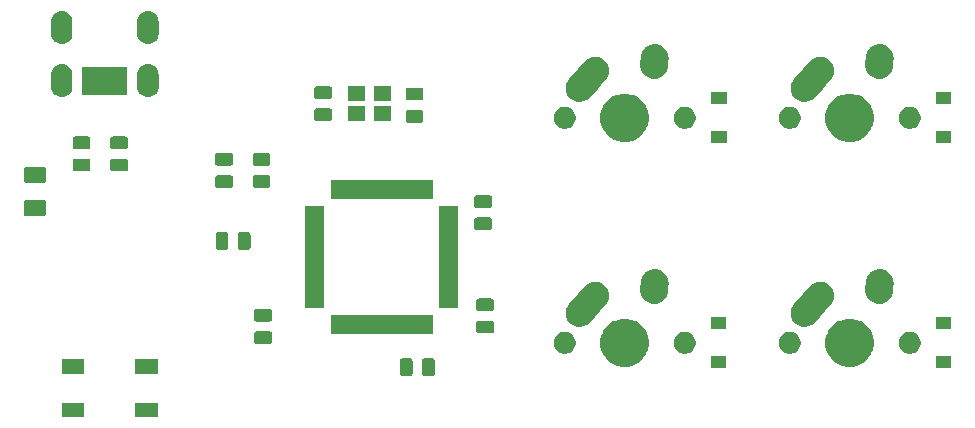
<source format=gbs>
G04 #@! TF.GenerationSoftware,KiCad,Pcbnew,(5.1.4)-1*
G04 #@! TF.CreationDate,2020-11-08T14:39:36-05:00*
G04 #@! TF.ProjectId,ai03-pcb-guide,61693033-2d70-4636-922d-67756964652e,rev?*
G04 #@! TF.SameCoordinates,Original*
G04 #@! TF.FileFunction,Soldermask,Bot*
G04 #@! TF.FilePolarity,Negative*
%FSLAX46Y46*%
G04 Gerber Fmt 4.6, Leading zero omitted, Abs format (unit mm)*
G04 Created by KiCad (PCBNEW (5.1.4)-1) date 2020-11-08 14:39:36*
%MOMM*%
%LPD*%
G04 APERTURE LIST*
%ADD10C,0.100000*%
G04 APERTURE END LIST*
D10*
G36*
X95332250Y-149294750D02*
G01*
X93430250Y-149294750D01*
X93430250Y-148092750D01*
X95332250Y-148092750D01*
X95332250Y-149294750D01*
X95332250Y-149294750D01*
G37*
G36*
X89132250Y-149294750D02*
G01*
X87230250Y-149294750D01*
X87230250Y-148092750D01*
X89132250Y-148092750D01*
X89132250Y-149294750D01*
X89132250Y-149294750D01*
G37*
G36*
X118625718Y-144319315D02*
G01*
X118664388Y-144331046D01*
X118700027Y-144350096D01*
X118731267Y-144375733D01*
X118756904Y-144406973D01*
X118775954Y-144442612D01*
X118787685Y-144481282D01*
X118792250Y-144527638D01*
X118792250Y-145603862D01*
X118787685Y-145650218D01*
X118775954Y-145688888D01*
X118756904Y-145724527D01*
X118731267Y-145755767D01*
X118700027Y-145781404D01*
X118664388Y-145800454D01*
X118625718Y-145812185D01*
X118579362Y-145816750D01*
X117928138Y-145816750D01*
X117881782Y-145812185D01*
X117843112Y-145800454D01*
X117807473Y-145781404D01*
X117776233Y-145755767D01*
X117750596Y-145724527D01*
X117731546Y-145688888D01*
X117719815Y-145650218D01*
X117715250Y-145603862D01*
X117715250Y-144527638D01*
X117719815Y-144481282D01*
X117731546Y-144442612D01*
X117750596Y-144406973D01*
X117776233Y-144375733D01*
X117807473Y-144350096D01*
X117843112Y-144331046D01*
X117881782Y-144319315D01*
X117928138Y-144314750D01*
X118579362Y-144314750D01*
X118625718Y-144319315D01*
X118625718Y-144319315D01*
G37*
G36*
X116750718Y-144319315D02*
G01*
X116789388Y-144331046D01*
X116825027Y-144350096D01*
X116856267Y-144375733D01*
X116881904Y-144406973D01*
X116900954Y-144442612D01*
X116912685Y-144481282D01*
X116917250Y-144527638D01*
X116917250Y-145603862D01*
X116912685Y-145650218D01*
X116900954Y-145688888D01*
X116881904Y-145724527D01*
X116856267Y-145755767D01*
X116825027Y-145781404D01*
X116789388Y-145800454D01*
X116750718Y-145812185D01*
X116704362Y-145816750D01*
X116053138Y-145816750D01*
X116006782Y-145812185D01*
X115968112Y-145800454D01*
X115932473Y-145781404D01*
X115901233Y-145755767D01*
X115875596Y-145724527D01*
X115856546Y-145688888D01*
X115844815Y-145650218D01*
X115840250Y-145603862D01*
X115840250Y-144527638D01*
X115844815Y-144481282D01*
X115856546Y-144442612D01*
X115875596Y-144406973D01*
X115901233Y-144375733D01*
X115932473Y-144350096D01*
X115968112Y-144331046D01*
X116006782Y-144319315D01*
X116053138Y-144314750D01*
X116704362Y-144314750D01*
X116750718Y-144319315D01*
X116750718Y-144319315D01*
G37*
G36*
X89132250Y-145594750D02*
G01*
X87230250Y-145594750D01*
X87230250Y-144392750D01*
X89132250Y-144392750D01*
X89132250Y-145594750D01*
X89132250Y-145594750D01*
G37*
G36*
X95332250Y-145594750D02*
G01*
X93430250Y-145594750D01*
X93430250Y-144392750D01*
X95332250Y-144392750D01*
X95332250Y-145594750D01*
X95332250Y-145594750D01*
G37*
G36*
X162512500Y-145153000D02*
G01*
X161210500Y-145153000D01*
X161210500Y-144151000D01*
X162512500Y-144151000D01*
X162512500Y-145153000D01*
X162512500Y-145153000D01*
G37*
G36*
X143462500Y-145153000D02*
G01*
X142160500Y-145153000D01*
X142160500Y-144151000D01*
X143462500Y-144151000D01*
X143462500Y-145153000D01*
X143462500Y-145153000D01*
G37*
G36*
X135470474Y-141035684D02*
G01*
X135688474Y-141125983D01*
X135842623Y-141189833D01*
X136177548Y-141413623D01*
X136462377Y-141698452D01*
X136686167Y-142033377D01*
X136733075Y-142146623D01*
X136840316Y-142405526D01*
X136918900Y-142800594D01*
X136918900Y-143203406D01*
X136840316Y-143598474D01*
X136789451Y-143721272D01*
X136686167Y-143970623D01*
X136462377Y-144305548D01*
X136177548Y-144590377D01*
X135842623Y-144814167D01*
X135688474Y-144878017D01*
X135470474Y-144968316D01*
X135075406Y-145046900D01*
X134672594Y-145046900D01*
X134277526Y-144968316D01*
X134059526Y-144878017D01*
X133905377Y-144814167D01*
X133570452Y-144590377D01*
X133285623Y-144305548D01*
X133061833Y-143970623D01*
X132958549Y-143721272D01*
X132907684Y-143598474D01*
X132829100Y-143203406D01*
X132829100Y-142800594D01*
X132907684Y-142405526D01*
X133014925Y-142146623D01*
X133061833Y-142033377D01*
X133285623Y-141698452D01*
X133570452Y-141413623D01*
X133905377Y-141189833D01*
X134059526Y-141125983D01*
X134277526Y-141035684D01*
X134672594Y-140957100D01*
X135075406Y-140957100D01*
X135470474Y-141035684D01*
X135470474Y-141035684D01*
G37*
G36*
X154520474Y-141035684D02*
G01*
X154738474Y-141125983D01*
X154892623Y-141189833D01*
X155227548Y-141413623D01*
X155512377Y-141698452D01*
X155736167Y-142033377D01*
X155783075Y-142146623D01*
X155890316Y-142405526D01*
X155968900Y-142800594D01*
X155968900Y-143203406D01*
X155890316Y-143598474D01*
X155839451Y-143721272D01*
X155736167Y-143970623D01*
X155512377Y-144305548D01*
X155227548Y-144590377D01*
X154892623Y-144814167D01*
X154738474Y-144878017D01*
X154520474Y-144968316D01*
X154125406Y-145046900D01*
X153722594Y-145046900D01*
X153327526Y-144968316D01*
X153109526Y-144878017D01*
X152955377Y-144814167D01*
X152620452Y-144590377D01*
X152335623Y-144305548D01*
X152111833Y-143970623D01*
X152008549Y-143721272D01*
X151957684Y-143598474D01*
X151879100Y-143203406D01*
X151879100Y-142800594D01*
X151957684Y-142405526D01*
X152064925Y-142146623D01*
X152111833Y-142033377D01*
X152335623Y-141698452D01*
X152620452Y-141413623D01*
X152955377Y-141189833D01*
X153109526Y-141125983D01*
X153327526Y-141035684D01*
X153722594Y-140957100D01*
X154125406Y-140957100D01*
X154520474Y-141035684D01*
X154520474Y-141035684D01*
G37*
G36*
X130064104Y-142111585D02*
G01*
X130232626Y-142181389D01*
X130384291Y-142282728D01*
X130513272Y-142411709D01*
X130614611Y-142563374D01*
X130684415Y-142731896D01*
X130720000Y-142910797D01*
X130720000Y-143093203D01*
X130684415Y-143272104D01*
X130614611Y-143440626D01*
X130513272Y-143592291D01*
X130384291Y-143721272D01*
X130232626Y-143822611D01*
X130064104Y-143892415D01*
X129885203Y-143928000D01*
X129702797Y-143928000D01*
X129523896Y-143892415D01*
X129355374Y-143822611D01*
X129203709Y-143721272D01*
X129074728Y-143592291D01*
X128973389Y-143440626D01*
X128903585Y-143272104D01*
X128868000Y-143093203D01*
X128868000Y-142910797D01*
X128903585Y-142731896D01*
X128973389Y-142563374D01*
X129074728Y-142411709D01*
X129203709Y-142282728D01*
X129355374Y-142181389D01*
X129523896Y-142111585D01*
X129702797Y-142076000D01*
X129885203Y-142076000D01*
X130064104Y-142111585D01*
X130064104Y-142111585D01*
G37*
G36*
X159274104Y-142111585D02*
G01*
X159442626Y-142181389D01*
X159594291Y-142282728D01*
X159723272Y-142411709D01*
X159824611Y-142563374D01*
X159894415Y-142731896D01*
X159930000Y-142910797D01*
X159930000Y-143093203D01*
X159894415Y-143272104D01*
X159824611Y-143440626D01*
X159723272Y-143592291D01*
X159594291Y-143721272D01*
X159442626Y-143822611D01*
X159274104Y-143892415D01*
X159095203Y-143928000D01*
X158912797Y-143928000D01*
X158733896Y-143892415D01*
X158565374Y-143822611D01*
X158413709Y-143721272D01*
X158284728Y-143592291D01*
X158183389Y-143440626D01*
X158113585Y-143272104D01*
X158078000Y-143093203D01*
X158078000Y-142910797D01*
X158113585Y-142731896D01*
X158183389Y-142563374D01*
X158284728Y-142411709D01*
X158413709Y-142282728D01*
X158565374Y-142181389D01*
X158733896Y-142111585D01*
X158912797Y-142076000D01*
X159095203Y-142076000D01*
X159274104Y-142111585D01*
X159274104Y-142111585D01*
G37*
G36*
X149114104Y-142111585D02*
G01*
X149282626Y-142181389D01*
X149434291Y-142282728D01*
X149563272Y-142411709D01*
X149664611Y-142563374D01*
X149734415Y-142731896D01*
X149770000Y-142910797D01*
X149770000Y-143093203D01*
X149734415Y-143272104D01*
X149664611Y-143440626D01*
X149563272Y-143592291D01*
X149434291Y-143721272D01*
X149282626Y-143822611D01*
X149114104Y-143892415D01*
X148935203Y-143928000D01*
X148752797Y-143928000D01*
X148573896Y-143892415D01*
X148405374Y-143822611D01*
X148253709Y-143721272D01*
X148124728Y-143592291D01*
X148023389Y-143440626D01*
X147953585Y-143272104D01*
X147918000Y-143093203D01*
X147918000Y-142910797D01*
X147953585Y-142731896D01*
X148023389Y-142563374D01*
X148124728Y-142411709D01*
X148253709Y-142282728D01*
X148405374Y-142181389D01*
X148573896Y-142111585D01*
X148752797Y-142076000D01*
X148935203Y-142076000D01*
X149114104Y-142111585D01*
X149114104Y-142111585D01*
G37*
G36*
X140224104Y-142111585D02*
G01*
X140392626Y-142181389D01*
X140544291Y-142282728D01*
X140673272Y-142411709D01*
X140774611Y-142563374D01*
X140844415Y-142731896D01*
X140880000Y-142910797D01*
X140880000Y-143093203D01*
X140844415Y-143272104D01*
X140774611Y-143440626D01*
X140673272Y-143592291D01*
X140544291Y-143721272D01*
X140392626Y-143822611D01*
X140224104Y-143892415D01*
X140045203Y-143928000D01*
X139862797Y-143928000D01*
X139683896Y-143892415D01*
X139515374Y-143822611D01*
X139363709Y-143721272D01*
X139234728Y-143592291D01*
X139133389Y-143440626D01*
X139063585Y-143272104D01*
X139028000Y-143093203D01*
X139028000Y-142910797D01*
X139063585Y-142731896D01*
X139133389Y-142563374D01*
X139234728Y-142411709D01*
X139363709Y-142282728D01*
X139515374Y-142181389D01*
X139683896Y-142111585D01*
X139862797Y-142076000D01*
X140045203Y-142076000D01*
X140224104Y-142111585D01*
X140224104Y-142111585D01*
G37*
G36*
X104851468Y-142008565D02*
G01*
X104890138Y-142020296D01*
X104925777Y-142039346D01*
X104957017Y-142064983D01*
X104982654Y-142096223D01*
X105001704Y-142131862D01*
X105013435Y-142170532D01*
X105018000Y-142216888D01*
X105018000Y-142868112D01*
X105013435Y-142914468D01*
X105001704Y-142953138D01*
X104982654Y-142988777D01*
X104957017Y-143020017D01*
X104925777Y-143045654D01*
X104890138Y-143064704D01*
X104851468Y-143076435D01*
X104805112Y-143081000D01*
X103728888Y-143081000D01*
X103682532Y-143076435D01*
X103643862Y-143064704D01*
X103608223Y-143045654D01*
X103576983Y-143020017D01*
X103551346Y-142988777D01*
X103532296Y-142953138D01*
X103520565Y-142914468D01*
X103516000Y-142868112D01*
X103516000Y-142216888D01*
X103520565Y-142170532D01*
X103532296Y-142131862D01*
X103551346Y-142096223D01*
X103576983Y-142064983D01*
X103608223Y-142039346D01*
X103643862Y-142020296D01*
X103682532Y-142008565D01*
X103728888Y-142004000D01*
X104805112Y-142004000D01*
X104851468Y-142008565D01*
X104851468Y-142008565D01*
G37*
G36*
X118626000Y-142232250D02*
G01*
X109974000Y-142232250D01*
X109974000Y-140630250D01*
X118626000Y-140630250D01*
X118626000Y-142232250D01*
X118626000Y-142232250D01*
G37*
G36*
X123647468Y-141119565D02*
G01*
X123686138Y-141131296D01*
X123721777Y-141150346D01*
X123753017Y-141175983D01*
X123778654Y-141207223D01*
X123797704Y-141242862D01*
X123809435Y-141281532D01*
X123814000Y-141327888D01*
X123814000Y-141979112D01*
X123809435Y-142025468D01*
X123797704Y-142064138D01*
X123778654Y-142099777D01*
X123753017Y-142131017D01*
X123721777Y-142156654D01*
X123686138Y-142175704D01*
X123647468Y-142187435D01*
X123601112Y-142192000D01*
X122524888Y-142192000D01*
X122478532Y-142187435D01*
X122439862Y-142175704D01*
X122404223Y-142156654D01*
X122372983Y-142131017D01*
X122347346Y-142099777D01*
X122328296Y-142064138D01*
X122316565Y-142025468D01*
X122312000Y-141979112D01*
X122312000Y-141327888D01*
X122316565Y-141281532D01*
X122328296Y-141242862D01*
X122347346Y-141207223D01*
X122372983Y-141175983D01*
X122404223Y-141150346D01*
X122439862Y-141131296D01*
X122478532Y-141119565D01*
X122524888Y-141115000D01*
X123601112Y-141115000D01*
X123647468Y-141119565D01*
X123647468Y-141119565D01*
G37*
G36*
X162512500Y-141853000D02*
G01*
X161210500Y-141853000D01*
X161210500Y-140851000D01*
X162512500Y-140851000D01*
X162512500Y-141853000D01*
X162512500Y-141853000D01*
G37*
G36*
X143462500Y-141853000D02*
G01*
X142160500Y-141853000D01*
X142160500Y-140851000D01*
X143462500Y-140851000D01*
X143462500Y-141853000D01*
X143462500Y-141853000D01*
G37*
G36*
X151447205Y-137825881D02*
G01*
X151452645Y-137826000D01*
X151539828Y-137826000D01*
X151556097Y-137829236D01*
X151574956Y-137831515D01*
X151591532Y-137832246D01*
X151676223Y-137853010D01*
X151681518Y-137854184D01*
X151767027Y-137871193D01*
X151782362Y-137877545D01*
X151800401Y-137883455D01*
X151816521Y-137887407D01*
X151895504Y-137924280D01*
X151900494Y-137926477D01*
X151981045Y-137959842D01*
X151994841Y-137969060D01*
X152011393Y-137978382D01*
X152026426Y-137985400D01*
X152096694Y-138036971D01*
X152101192Y-138040122D01*
X152173656Y-138088541D01*
X152185383Y-138100268D01*
X152199809Y-138112648D01*
X152213179Y-138122461D01*
X152213180Y-138122462D01*
X152272021Y-138186733D01*
X152275829Y-138190714D01*
X152337459Y-138252344D01*
X152346674Y-138266135D01*
X152358396Y-138281078D01*
X152369605Y-138293321D01*
X152414799Y-138367874D01*
X152417746Y-138372501D01*
X152466158Y-138444955D01*
X152472505Y-138460277D01*
X152481092Y-138477231D01*
X152489691Y-138491417D01*
X152519478Y-138573368D01*
X152521452Y-138578448D01*
X152554807Y-138658973D01*
X152554807Y-138658974D01*
X152558041Y-138675233D01*
X152563158Y-138693542D01*
X152568825Y-138709134D01*
X152582055Y-138795345D01*
X152583001Y-138800713D01*
X152600000Y-138886173D01*
X152600000Y-138902752D01*
X152601444Y-138921692D01*
X152603963Y-138938104D01*
X152600120Y-139025249D01*
X152600000Y-139030689D01*
X152600000Y-139117825D01*
X152596766Y-139134083D01*
X152594488Y-139152941D01*
X152593756Y-139169531D01*
X152572988Y-139254237D01*
X152571812Y-139259537D01*
X152554807Y-139345027D01*
X152548457Y-139360357D01*
X152542549Y-139378393D01*
X152538595Y-139394520D01*
X152501711Y-139473526D01*
X152499511Y-139478523D01*
X152466158Y-139559045D01*
X152456944Y-139572835D01*
X152447622Y-139589387D01*
X152440602Y-139604424D01*
X152389011Y-139674720D01*
X152385866Y-139679210D01*
X152337461Y-139751654D01*
X152280460Y-139808655D01*
X152275811Y-139813563D01*
X151838718Y-140300704D01*
X150950723Y-141290376D01*
X150822679Y-141407602D01*
X150723630Y-141467646D01*
X150624583Y-141527689D01*
X150406866Y-141606823D01*
X150177895Y-141641961D01*
X149946470Y-141631754D01*
X149721481Y-141576593D01*
X149616727Y-141527689D01*
X149511579Y-141478602D01*
X149414838Y-141407602D01*
X149324823Y-141341539D01*
X149201855Y-141207223D01*
X149168398Y-141170679D01*
X149086564Y-141035685D01*
X149048311Y-140972583D01*
X148969177Y-140754866D01*
X148934039Y-140525895D01*
X148944246Y-140294470D01*
X148999407Y-140069481D01*
X149050972Y-139959028D01*
X149097398Y-139859580D01*
X149097400Y-139859577D01*
X149200114Y-139719622D01*
X149955245Y-138878027D01*
X150486787Y-138285621D01*
X150497681Y-138271589D01*
X150510539Y-138252346D01*
X150567573Y-138195312D01*
X150572223Y-138190403D01*
X150587278Y-138173624D01*
X150608701Y-138154011D01*
X150612682Y-138150203D01*
X150674346Y-138088539D01*
X150688143Y-138079320D01*
X150703102Y-138067585D01*
X150715321Y-138056398D01*
X150747385Y-138036961D01*
X150789830Y-138011231D01*
X150794421Y-138008308D01*
X150866955Y-137959842D01*
X150882300Y-137953486D01*
X150899248Y-137944901D01*
X150913416Y-137936312D01*
X150913417Y-137936312D01*
X150913418Y-137936311D01*
X150995312Y-137906545D01*
X151000410Y-137904563D01*
X151080973Y-137871193D01*
X151097252Y-137867955D01*
X151115542Y-137862844D01*
X151131135Y-137857177D01*
X151217300Y-137843954D01*
X151222663Y-137843009D01*
X151308173Y-137826000D01*
X151324766Y-137826000D01*
X151343709Y-137824555D01*
X151360106Y-137822039D01*
X151447205Y-137825881D01*
X151447205Y-137825881D01*
G37*
G36*
X132397205Y-137825881D02*
G01*
X132402645Y-137826000D01*
X132489828Y-137826000D01*
X132506097Y-137829236D01*
X132524956Y-137831515D01*
X132541532Y-137832246D01*
X132626223Y-137853010D01*
X132631518Y-137854184D01*
X132717027Y-137871193D01*
X132732362Y-137877545D01*
X132750401Y-137883455D01*
X132766521Y-137887407D01*
X132845504Y-137924280D01*
X132850494Y-137926477D01*
X132931045Y-137959842D01*
X132944841Y-137969060D01*
X132961393Y-137978382D01*
X132976426Y-137985400D01*
X133046694Y-138036971D01*
X133051192Y-138040122D01*
X133123656Y-138088541D01*
X133135383Y-138100268D01*
X133149809Y-138112648D01*
X133163179Y-138122461D01*
X133163180Y-138122462D01*
X133222021Y-138186733D01*
X133225829Y-138190714D01*
X133287459Y-138252344D01*
X133296674Y-138266135D01*
X133308396Y-138281078D01*
X133319605Y-138293321D01*
X133364799Y-138367874D01*
X133367746Y-138372501D01*
X133416158Y-138444955D01*
X133422505Y-138460277D01*
X133431092Y-138477231D01*
X133439691Y-138491417D01*
X133469478Y-138573368D01*
X133471452Y-138578448D01*
X133504807Y-138658973D01*
X133504807Y-138658974D01*
X133508041Y-138675233D01*
X133513158Y-138693542D01*
X133518825Y-138709134D01*
X133532055Y-138795345D01*
X133533001Y-138800713D01*
X133550000Y-138886173D01*
X133550000Y-138902752D01*
X133551444Y-138921692D01*
X133553963Y-138938104D01*
X133550120Y-139025249D01*
X133550000Y-139030689D01*
X133550000Y-139117825D01*
X133546766Y-139134083D01*
X133544488Y-139152941D01*
X133543756Y-139169531D01*
X133522988Y-139254237D01*
X133521812Y-139259537D01*
X133504807Y-139345027D01*
X133498457Y-139360357D01*
X133492549Y-139378393D01*
X133488595Y-139394520D01*
X133451711Y-139473526D01*
X133449511Y-139478523D01*
X133416158Y-139559045D01*
X133406944Y-139572835D01*
X133397622Y-139589387D01*
X133390602Y-139604424D01*
X133339011Y-139674720D01*
X133335866Y-139679210D01*
X133287461Y-139751654D01*
X133230460Y-139808655D01*
X133225811Y-139813563D01*
X132788718Y-140300704D01*
X131900723Y-141290376D01*
X131772679Y-141407602D01*
X131673630Y-141467646D01*
X131574583Y-141527689D01*
X131356866Y-141606823D01*
X131127895Y-141641961D01*
X130896470Y-141631754D01*
X130671481Y-141576593D01*
X130566727Y-141527689D01*
X130461579Y-141478602D01*
X130364838Y-141407602D01*
X130274823Y-141341539D01*
X130151855Y-141207223D01*
X130118398Y-141170679D01*
X130036564Y-141035685D01*
X129998311Y-140972583D01*
X129919177Y-140754866D01*
X129884039Y-140525895D01*
X129894246Y-140294470D01*
X129949407Y-140069481D01*
X130000972Y-139959028D01*
X130047398Y-139859580D01*
X130047400Y-139859577D01*
X130150114Y-139719622D01*
X130905245Y-138878027D01*
X131436787Y-138285621D01*
X131447681Y-138271589D01*
X131460539Y-138252346D01*
X131517573Y-138195312D01*
X131522223Y-138190403D01*
X131537278Y-138173624D01*
X131558701Y-138154011D01*
X131562682Y-138150203D01*
X131624346Y-138088539D01*
X131638143Y-138079320D01*
X131653102Y-138067585D01*
X131665321Y-138056398D01*
X131697385Y-138036961D01*
X131739830Y-138011231D01*
X131744421Y-138008308D01*
X131816955Y-137959842D01*
X131832300Y-137953486D01*
X131849248Y-137944901D01*
X131863416Y-137936312D01*
X131863417Y-137936312D01*
X131863418Y-137936311D01*
X131945312Y-137906545D01*
X131950410Y-137904563D01*
X132030973Y-137871193D01*
X132047252Y-137867955D01*
X132065542Y-137862844D01*
X132081135Y-137857177D01*
X132167300Y-137843954D01*
X132172663Y-137843009D01*
X132258173Y-137826000D01*
X132274766Y-137826000D01*
X132293709Y-137824555D01*
X132310106Y-137822039D01*
X132397205Y-137825881D01*
X132397205Y-137825881D01*
G37*
G36*
X104851468Y-140133565D02*
G01*
X104890138Y-140145296D01*
X104925777Y-140164346D01*
X104957017Y-140189983D01*
X104982654Y-140221223D01*
X105001704Y-140256862D01*
X105013435Y-140295532D01*
X105018000Y-140341888D01*
X105018000Y-140993112D01*
X105013435Y-141039468D01*
X105001704Y-141078138D01*
X104982654Y-141113777D01*
X104957017Y-141145017D01*
X104925777Y-141170654D01*
X104890138Y-141189704D01*
X104851468Y-141201435D01*
X104805112Y-141206000D01*
X103728888Y-141206000D01*
X103682532Y-141201435D01*
X103643862Y-141189704D01*
X103608223Y-141170654D01*
X103576983Y-141145017D01*
X103551346Y-141113777D01*
X103532296Y-141078138D01*
X103520565Y-141039468D01*
X103516000Y-140993112D01*
X103516000Y-140341888D01*
X103520565Y-140295532D01*
X103532296Y-140256862D01*
X103551346Y-140221223D01*
X103576983Y-140189983D01*
X103608223Y-140164346D01*
X103643862Y-140145296D01*
X103682532Y-140133565D01*
X103728888Y-140129000D01*
X104805112Y-140129000D01*
X104851468Y-140133565D01*
X104851468Y-140133565D01*
G37*
G36*
X123647468Y-139244565D02*
G01*
X123686138Y-139256296D01*
X123721777Y-139275346D01*
X123753017Y-139300983D01*
X123778654Y-139332223D01*
X123797704Y-139367862D01*
X123809435Y-139406532D01*
X123814000Y-139452888D01*
X123814000Y-140104112D01*
X123809435Y-140150468D01*
X123797704Y-140189138D01*
X123778654Y-140224777D01*
X123753017Y-140256017D01*
X123721777Y-140281654D01*
X123686138Y-140300704D01*
X123647468Y-140312435D01*
X123601112Y-140317000D01*
X122524888Y-140317000D01*
X122478532Y-140312435D01*
X122439862Y-140300704D01*
X122404223Y-140281654D01*
X122372983Y-140256017D01*
X122347346Y-140224777D01*
X122328296Y-140189138D01*
X122316565Y-140150468D01*
X122312000Y-140104112D01*
X122312000Y-139452888D01*
X122316565Y-139406532D01*
X122328296Y-139367862D01*
X122347346Y-139332223D01*
X122372983Y-139300983D01*
X122404223Y-139275346D01*
X122439862Y-139256296D01*
X122478532Y-139244565D01*
X122524888Y-139240000D01*
X123601112Y-139240000D01*
X123647468Y-139244565D01*
X123647468Y-139244565D01*
G37*
G36*
X109401000Y-140057250D02*
G01*
X107799000Y-140057250D01*
X107799000Y-131405250D01*
X109401000Y-131405250D01*
X109401000Y-140057250D01*
X109401000Y-140057250D01*
G37*
G36*
X120801000Y-140057250D02*
G01*
X119199000Y-140057250D01*
X119199000Y-131405250D01*
X120801000Y-131405250D01*
X120801000Y-140057250D01*
X120801000Y-140057250D01*
G37*
G36*
X156552127Y-136744261D02*
G01*
X156572900Y-136746000D01*
X156579827Y-136746000D01*
X156674754Y-136764882D01*
X156678348Y-136765542D01*
X156773730Y-136781624D01*
X156780203Y-136784085D01*
X156800228Y-136789841D01*
X156807027Y-136791193D01*
X156869414Y-136817034D01*
X156896443Y-136828230D01*
X156899844Y-136829581D01*
X156990255Y-136863961D01*
X156996127Y-136867640D01*
X157014636Y-136877187D01*
X157021045Y-136879842D01*
X157101563Y-136933642D01*
X157104554Y-136935578D01*
X157186557Y-136986959D01*
X157191584Y-136991700D01*
X157207896Y-137004691D01*
X157213652Y-137008537D01*
X157282110Y-137076995D01*
X157284689Y-137079499D01*
X157355090Y-137145889D01*
X157359095Y-137151519D01*
X157372559Y-137167444D01*
X157377459Y-137172344D01*
X157431244Y-137252839D01*
X157433291Y-137255807D01*
X157489380Y-137334645D01*
X157492214Y-137340958D01*
X157502308Y-137359193D01*
X157506158Y-137364955D01*
X157543220Y-137454430D01*
X157544624Y-137457685D01*
X157584265Y-137545973D01*
X157585815Y-137552725D01*
X157592152Y-137572562D01*
X157594807Y-137578973D01*
X157610377Y-137657250D01*
X157613692Y-137673917D01*
X157614438Y-137677401D01*
X157636098Y-137771751D01*
X157636098Y-137771754D01*
X157636300Y-137778654D01*
X157638647Y-137799370D01*
X157640000Y-137806174D01*
X157640000Y-137902986D01*
X157640053Y-137906584D01*
X157641188Y-137945277D01*
X157640295Y-137958225D01*
X157640000Y-137966797D01*
X157640000Y-138037826D01*
X157634081Y-138067585D01*
X157633604Y-138069979D01*
X157631500Y-138085750D01*
X157593238Y-138640545D01*
X157564376Y-138811730D01*
X157482038Y-139028255D01*
X157359041Y-139224557D01*
X157200111Y-139393090D01*
X157011355Y-139527380D01*
X156800027Y-139622265D01*
X156574249Y-139674098D01*
X156342698Y-139680889D01*
X156342697Y-139680889D01*
X156297012Y-139673186D01*
X156114270Y-139642376D01*
X155897745Y-139560038D01*
X155701443Y-139437041D01*
X155532910Y-139278111D01*
X155398620Y-139089355D01*
X155303735Y-138878027D01*
X155251902Y-138652249D01*
X155246812Y-138478723D01*
X155287704Y-137885794D01*
X155288000Y-137877196D01*
X155288000Y-137806175D01*
X155306882Y-137711250D01*
X155307544Y-137707645D01*
X155313231Y-137673917D01*
X155323624Y-137612270D01*
X155326085Y-137605799D01*
X155331842Y-137585767D01*
X155333193Y-137578974D01*
X155335843Y-137572576D01*
X155370264Y-137489476D01*
X155371553Y-137486230D01*
X155405962Y-137395745D01*
X155409636Y-137389881D01*
X155419187Y-137371365D01*
X155421842Y-137364955D01*
X155475657Y-137284415D01*
X155477577Y-137281449D01*
X155528959Y-137199443D01*
X155533711Y-137194404D01*
X155546689Y-137178107D01*
X155550537Y-137172348D01*
X155618993Y-137103892D01*
X155621546Y-137101262D01*
X155642023Y-137079548D01*
X155687889Y-137030910D01*
X155693521Y-137026903D01*
X155709447Y-137013438D01*
X155714346Y-137008539D01*
X155794824Y-136954766D01*
X155797806Y-136952710D01*
X155876645Y-136896620D01*
X155882955Y-136893787D01*
X155901194Y-136883691D01*
X155906951Y-136879844D01*
X155906954Y-136879843D01*
X155906955Y-136879842D01*
X155996429Y-136842781D01*
X155999687Y-136841375D01*
X156087973Y-136801735D01*
X156094725Y-136800185D01*
X156114562Y-136793848D01*
X156120973Y-136791193D01*
X156215899Y-136772311D01*
X156219446Y-136771551D01*
X156313751Y-136749901D01*
X156316130Y-136749831D01*
X156320665Y-136749698D01*
X156341381Y-136747351D01*
X156348174Y-136746000D01*
X156444959Y-136746000D01*
X156448584Y-136745947D01*
X156545302Y-136743110D01*
X156552127Y-136744261D01*
X156552127Y-136744261D01*
G37*
G36*
X137502127Y-136744261D02*
G01*
X137522900Y-136746000D01*
X137529827Y-136746000D01*
X137624754Y-136764882D01*
X137628348Y-136765542D01*
X137723730Y-136781624D01*
X137730203Y-136784085D01*
X137750228Y-136789841D01*
X137757027Y-136791193D01*
X137819414Y-136817034D01*
X137846443Y-136828230D01*
X137849844Y-136829581D01*
X137940255Y-136863961D01*
X137946127Y-136867640D01*
X137964636Y-136877187D01*
X137971045Y-136879842D01*
X138051563Y-136933642D01*
X138054554Y-136935578D01*
X138136557Y-136986959D01*
X138141584Y-136991700D01*
X138157896Y-137004691D01*
X138163652Y-137008537D01*
X138232110Y-137076995D01*
X138234689Y-137079499D01*
X138305090Y-137145889D01*
X138309095Y-137151519D01*
X138322559Y-137167444D01*
X138327459Y-137172344D01*
X138381244Y-137252839D01*
X138383291Y-137255807D01*
X138439380Y-137334645D01*
X138442214Y-137340958D01*
X138452308Y-137359193D01*
X138456158Y-137364955D01*
X138493220Y-137454430D01*
X138494624Y-137457685D01*
X138534265Y-137545973D01*
X138535815Y-137552725D01*
X138542152Y-137572562D01*
X138544807Y-137578973D01*
X138560377Y-137657250D01*
X138563692Y-137673917D01*
X138564438Y-137677401D01*
X138586098Y-137771751D01*
X138586098Y-137771754D01*
X138586300Y-137778654D01*
X138588647Y-137799370D01*
X138590000Y-137806174D01*
X138590000Y-137902986D01*
X138590053Y-137906584D01*
X138591188Y-137945277D01*
X138590295Y-137958225D01*
X138590000Y-137966797D01*
X138590000Y-138037826D01*
X138584081Y-138067585D01*
X138583604Y-138069979D01*
X138581500Y-138085750D01*
X138543238Y-138640545D01*
X138514376Y-138811730D01*
X138432038Y-139028255D01*
X138309041Y-139224557D01*
X138150111Y-139393090D01*
X137961355Y-139527380D01*
X137750027Y-139622265D01*
X137524249Y-139674098D01*
X137292698Y-139680889D01*
X137292697Y-139680889D01*
X137247012Y-139673186D01*
X137064270Y-139642376D01*
X136847745Y-139560038D01*
X136651443Y-139437041D01*
X136482910Y-139278111D01*
X136348620Y-139089355D01*
X136253735Y-138878027D01*
X136201902Y-138652249D01*
X136196812Y-138478723D01*
X136237704Y-137885794D01*
X136238000Y-137877196D01*
X136238000Y-137806175D01*
X136256882Y-137711250D01*
X136257544Y-137707645D01*
X136263231Y-137673917D01*
X136273624Y-137612270D01*
X136276085Y-137605799D01*
X136281842Y-137585767D01*
X136283193Y-137578974D01*
X136285843Y-137572576D01*
X136320264Y-137489476D01*
X136321553Y-137486230D01*
X136355962Y-137395745D01*
X136359636Y-137389881D01*
X136369187Y-137371365D01*
X136371842Y-137364955D01*
X136425657Y-137284415D01*
X136427577Y-137281449D01*
X136478959Y-137199443D01*
X136483711Y-137194404D01*
X136496689Y-137178107D01*
X136500537Y-137172348D01*
X136568993Y-137103892D01*
X136571546Y-137101262D01*
X136592023Y-137079548D01*
X136637889Y-137030910D01*
X136643521Y-137026903D01*
X136659447Y-137013438D01*
X136664346Y-137008539D01*
X136744824Y-136954766D01*
X136747806Y-136952710D01*
X136826645Y-136896620D01*
X136832955Y-136893787D01*
X136851194Y-136883691D01*
X136856951Y-136879844D01*
X136856954Y-136879843D01*
X136856955Y-136879842D01*
X136946429Y-136842781D01*
X136949687Y-136841375D01*
X137037973Y-136801735D01*
X137044725Y-136800185D01*
X137064562Y-136793848D01*
X137070973Y-136791193D01*
X137165899Y-136772311D01*
X137169446Y-136771551D01*
X137263751Y-136749901D01*
X137266130Y-136749831D01*
X137270665Y-136749698D01*
X137291381Y-136747351D01*
X137298174Y-136746000D01*
X137394959Y-136746000D01*
X137398584Y-136745947D01*
X137495302Y-136743110D01*
X137502127Y-136744261D01*
X137502127Y-136744261D01*
G37*
G36*
X103036468Y-133619565D02*
G01*
X103075138Y-133631296D01*
X103110777Y-133650346D01*
X103142017Y-133675983D01*
X103167654Y-133707223D01*
X103186704Y-133742862D01*
X103198435Y-133781532D01*
X103203000Y-133827888D01*
X103203000Y-134904112D01*
X103198435Y-134950468D01*
X103186704Y-134989138D01*
X103167654Y-135024777D01*
X103142017Y-135056017D01*
X103110777Y-135081654D01*
X103075138Y-135100704D01*
X103036468Y-135112435D01*
X102990112Y-135117000D01*
X102338888Y-135117000D01*
X102292532Y-135112435D01*
X102253862Y-135100704D01*
X102218223Y-135081654D01*
X102186983Y-135056017D01*
X102161346Y-135024777D01*
X102142296Y-134989138D01*
X102130565Y-134950468D01*
X102126000Y-134904112D01*
X102126000Y-133827888D01*
X102130565Y-133781532D01*
X102142296Y-133742862D01*
X102161346Y-133707223D01*
X102186983Y-133675983D01*
X102218223Y-133650346D01*
X102253862Y-133631296D01*
X102292532Y-133619565D01*
X102338888Y-133615000D01*
X102990112Y-133615000D01*
X103036468Y-133619565D01*
X103036468Y-133619565D01*
G37*
G36*
X101161468Y-133619565D02*
G01*
X101200138Y-133631296D01*
X101235777Y-133650346D01*
X101267017Y-133675983D01*
X101292654Y-133707223D01*
X101311704Y-133742862D01*
X101323435Y-133781532D01*
X101328000Y-133827888D01*
X101328000Y-134904112D01*
X101323435Y-134950468D01*
X101311704Y-134989138D01*
X101292654Y-135024777D01*
X101267017Y-135056017D01*
X101235777Y-135081654D01*
X101200138Y-135100704D01*
X101161468Y-135112435D01*
X101115112Y-135117000D01*
X100463888Y-135117000D01*
X100417532Y-135112435D01*
X100378862Y-135100704D01*
X100343223Y-135081654D01*
X100311983Y-135056017D01*
X100286346Y-135024777D01*
X100267296Y-134989138D01*
X100255565Y-134950468D01*
X100251000Y-134904112D01*
X100251000Y-133827888D01*
X100255565Y-133781532D01*
X100267296Y-133742862D01*
X100286346Y-133707223D01*
X100311983Y-133675983D01*
X100343223Y-133650346D01*
X100378862Y-133631296D01*
X100417532Y-133619565D01*
X100463888Y-133615000D01*
X101115112Y-133615000D01*
X101161468Y-133619565D01*
X101161468Y-133619565D01*
G37*
G36*
X123488718Y-132388315D02*
G01*
X123527388Y-132400046D01*
X123563027Y-132419096D01*
X123594267Y-132444733D01*
X123619904Y-132475973D01*
X123638954Y-132511612D01*
X123650685Y-132550282D01*
X123655250Y-132596638D01*
X123655250Y-133247862D01*
X123650685Y-133294218D01*
X123638954Y-133332888D01*
X123619904Y-133368527D01*
X123594267Y-133399767D01*
X123563027Y-133425404D01*
X123527388Y-133444454D01*
X123488718Y-133456185D01*
X123442362Y-133460750D01*
X122366138Y-133460750D01*
X122319782Y-133456185D01*
X122281112Y-133444454D01*
X122245473Y-133425404D01*
X122214233Y-133399767D01*
X122188596Y-133368527D01*
X122169546Y-133332888D01*
X122157815Y-133294218D01*
X122153250Y-133247862D01*
X122153250Y-132596638D01*
X122157815Y-132550282D01*
X122169546Y-132511612D01*
X122188596Y-132475973D01*
X122214233Y-132444733D01*
X122245473Y-132419096D01*
X122281112Y-132400046D01*
X122319782Y-132388315D01*
X122366138Y-132383750D01*
X123442362Y-132383750D01*
X123488718Y-132388315D01*
X123488718Y-132388315D01*
G37*
G36*
X85699854Y-130903347D02*
G01*
X85736394Y-130914432D01*
X85770071Y-130932433D01*
X85799591Y-130956659D01*
X85823817Y-130986179D01*
X85841818Y-131019856D01*
X85852903Y-131056396D01*
X85857250Y-131100538D01*
X85857250Y-132049462D01*
X85852903Y-132093604D01*
X85841818Y-132130144D01*
X85823817Y-132163821D01*
X85799591Y-132193341D01*
X85770071Y-132217567D01*
X85736394Y-132235568D01*
X85699854Y-132246653D01*
X85655712Y-132251000D01*
X84206788Y-132251000D01*
X84162646Y-132246653D01*
X84126106Y-132235568D01*
X84092429Y-132217567D01*
X84062909Y-132193341D01*
X84038683Y-132163821D01*
X84020682Y-132130144D01*
X84009597Y-132093604D01*
X84005250Y-132049462D01*
X84005250Y-131100538D01*
X84009597Y-131056396D01*
X84020682Y-131019856D01*
X84038683Y-130986179D01*
X84062909Y-130956659D01*
X84092429Y-130932433D01*
X84126106Y-130914432D01*
X84162646Y-130903347D01*
X84206788Y-130899000D01*
X85655712Y-130899000D01*
X85699854Y-130903347D01*
X85699854Y-130903347D01*
G37*
G36*
X123488718Y-130513315D02*
G01*
X123527388Y-130525046D01*
X123563027Y-130544096D01*
X123594267Y-130569733D01*
X123619904Y-130600973D01*
X123638954Y-130636612D01*
X123650685Y-130675282D01*
X123655250Y-130721638D01*
X123655250Y-131372862D01*
X123650685Y-131419218D01*
X123638954Y-131457888D01*
X123619904Y-131493527D01*
X123594267Y-131524767D01*
X123563027Y-131550404D01*
X123527388Y-131569454D01*
X123488718Y-131581185D01*
X123442362Y-131585750D01*
X122366138Y-131585750D01*
X122319782Y-131581185D01*
X122281112Y-131569454D01*
X122245473Y-131550404D01*
X122214233Y-131524767D01*
X122188596Y-131493527D01*
X122169546Y-131457888D01*
X122157815Y-131419218D01*
X122153250Y-131372862D01*
X122153250Y-130721638D01*
X122157815Y-130675282D01*
X122169546Y-130636612D01*
X122188596Y-130600973D01*
X122214233Y-130569733D01*
X122245473Y-130544096D01*
X122281112Y-130525046D01*
X122319782Y-130513315D01*
X122366138Y-130508750D01*
X123442362Y-130508750D01*
X123488718Y-130513315D01*
X123488718Y-130513315D01*
G37*
G36*
X118626000Y-130832250D02*
G01*
X109974000Y-130832250D01*
X109974000Y-129230250D01*
X118626000Y-129230250D01*
X118626000Y-130832250D01*
X118626000Y-130832250D01*
G37*
G36*
X104724468Y-128800565D02*
G01*
X104763138Y-128812296D01*
X104798777Y-128831346D01*
X104830017Y-128856983D01*
X104855654Y-128888223D01*
X104874704Y-128923862D01*
X104886435Y-128962532D01*
X104891000Y-129008888D01*
X104891000Y-129660112D01*
X104886435Y-129706468D01*
X104874704Y-129745138D01*
X104855654Y-129780777D01*
X104830017Y-129812017D01*
X104798777Y-129837654D01*
X104763138Y-129856704D01*
X104724468Y-129868435D01*
X104678112Y-129873000D01*
X103601888Y-129873000D01*
X103555532Y-129868435D01*
X103516862Y-129856704D01*
X103481223Y-129837654D01*
X103449983Y-129812017D01*
X103424346Y-129780777D01*
X103405296Y-129745138D01*
X103393565Y-129706468D01*
X103389000Y-129660112D01*
X103389000Y-129008888D01*
X103393565Y-128962532D01*
X103405296Y-128923862D01*
X103424346Y-128888223D01*
X103449983Y-128856983D01*
X103481223Y-128831346D01*
X103516862Y-128812296D01*
X103555532Y-128800565D01*
X103601888Y-128796000D01*
X104678112Y-128796000D01*
X104724468Y-128800565D01*
X104724468Y-128800565D01*
G37*
G36*
X101549468Y-128800565D02*
G01*
X101588138Y-128812296D01*
X101623777Y-128831346D01*
X101655017Y-128856983D01*
X101680654Y-128888223D01*
X101699704Y-128923862D01*
X101711435Y-128962532D01*
X101716000Y-129008888D01*
X101716000Y-129660112D01*
X101711435Y-129706468D01*
X101699704Y-129745138D01*
X101680654Y-129780777D01*
X101655017Y-129812017D01*
X101623777Y-129837654D01*
X101588138Y-129856704D01*
X101549468Y-129868435D01*
X101503112Y-129873000D01*
X100426888Y-129873000D01*
X100380532Y-129868435D01*
X100341862Y-129856704D01*
X100306223Y-129837654D01*
X100274983Y-129812017D01*
X100249346Y-129780777D01*
X100230296Y-129745138D01*
X100218565Y-129706468D01*
X100214000Y-129660112D01*
X100214000Y-129008888D01*
X100218565Y-128962532D01*
X100230296Y-128923862D01*
X100249346Y-128888223D01*
X100274983Y-128856983D01*
X100306223Y-128831346D01*
X100341862Y-128812296D01*
X100380532Y-128800565D01*
X100426888Y-128796000D01*
X101503112Y-128796000D01*
X101549468Y-128800565D01*
X101549468Y-128800565D01*
G37*
G36*
X85699854Y-128103347D02*
G01*
X85736394Y-128114432D01*
X85770071Y-128132433D01*
X85799591Y-128156659D01*
X85823817Y-128186179D01*
X85841818Y-128219856D01*
X85852903Y-128256396D01*
X85857250Y-128300538D01*
X85857250Y-129249462D01*
X85852903Y-129293604D01*
X85841818Y-129330144D01*
X85823817Y-129363821D01*
X85799591Y-129393341D01*
X85770071Y-129417567D01*
X85736394Y-129435568D01*
X85699854Y-129446653D01*
X85655712Y-129451000D01*
X84206788Y-129451000D01*
X84162646Y-129446653D01*
X84126106Y-129435568D01*
X84092429Y-129417567D01*
X84062909Y-129393341D01*
X84038683Y-129363821D01*
X84020682Y-129330144D01*
X84009597Y-129293604D01*
X84005250Y-129249462D01*
X84005250Y-128300538D01*
X84009597Y-128256396D01*
X84020682Y-128219856D01*
X84038683Y-128186179D01*
X84062909Y-128156659D01*
X84092429Y-128132433D01*
X84126106Y-128114432D01*
X84162646Y-128103347D01*
X84206788Y-128099000D01*
X85655712Y-128099000D01*
X85699854Y-128103347D01*
X85699854Y-128103347D01*
G37*
G36*
X92659468Y-127403565D02*
G01*
X92698138Y-127415296D01*
X92733777Y-127434346D01*
X92765017Y-127459983D01*
X92790654Y-127491223D01*
X92809704Y-127526862D01*
X92821435Y-127565532D01*
X92826000Y-127611888D01*
X92826000Y-128263112D01*
X92821435Y-128309468D01*
X92809704Y-128348138D01*
X92790654Y-128383777D01*
X92765017Y-128415017D01*
X92733777Y-128440654D01*
X92698138Y-128459704D01*
X92659468Y-128471435D01*
X92613112Y-128476000D01*
X91536888Y-128476000D01*
X91490532Y-128471435D01*
X91451862Y-128459704D01*
X91416223Y-128440654D01*
X91384983Y-128415017D01*
X91359346Y-128383777D01*
X91340296Y-128348138D01*
X91328565Y-128309468D01*
X91324000Y-128263112D01*
X91324000Y-127611888D01*
X91328565Y-127565532D01*
X91340296Y-127526862D01*
X91359346Y-127491223D01*
X91384983Y-127459983D01*
X91416223Y-127434346D01*
X91451862Y-127415296D01*
X91490532Y-127403565D01*
X91536888Y-127399000D01*
X92613112Y-127399000D01*
X92659468Y-127403565D01*
X92659468Y-127403565D01*
G37*
G36*
X89484468Y-127403565D02*
G01*
X89523138Y-127415296D01*
X89558777Y-127434346D01*
X89590017Y-127459983D01*
X89615654Y-127491223D01*
X89634704Y-127526862D01*
X89646435Y-127565532D01*
X89651000Y-127611888D01*
X89651000Y-128263112D01*
X89646435Y-128309468D01*
X89634704Y-128348138D01*
X89615654Y-128383777D01*
X89590017Y-128415017D01*
X89558777Y-128440654D01*
X89523138Y-128459704D01*
X89484468Y-128471435D01*
X89438112Y-128476000D01*
X88361888Y-128476000D01*
X88315532Y-128471435D01*
X88276862Y-128459704D01*
X88241223Y-128440654D01*
X88209983Y-128415017D01*
X88184346Y-128383777D01*
X88165296Y-128348138D01*
X88153565Y-128309468D01*
X88149000Y-128263112D01*
X88149000Y-127611888D01*
X88153565Y-127565532D01*
X88165296Y-127526862D01*
X88184346Y-127491223D01*
X88209983Y-127459983D01*
X88241223Y-127434346D01*
X88276862Y-127415296D01*
X88315532Y-127403565D01*
X88361888Y-127399000D01*
X89438112Y-127399000D01*
X89484468Y-127403565D01*
X89484468Y-127403565D01*
G37*
G36*
X104724468Y-126925565D02*
G01*
X104763138Y-126937296D01*
X104798777Y-126956346D01*
X104830017Y-126981983D01*
X104855654Y-127013223D01*
X104874704Y-127048862D01*
X104886435Y-127087532D01*
X104891000Y-127133888D01*
X104891000Y-127785112D01*
X104886435Y-127831468D01*
X104874704Y-127870138D01*
X104855654Y-127905777D01*
X104830017Y-127937017D01*
X104798777Y-127962654D01*
X104763138Y-127981704D01*
X104724468Y-127993435D01*
X104678112Y-127998000D01*
X103601888Y-127998000D01*
X103555532Y-127993435D01*
X103516862Y-127981704D01*
X103481223Y-127962654D01*
X103449983Y-127937017D01*
X103424346Y-127905777D01*
X103405296Y-127870138D01*
X103393565Y-127831468D01*
X103389000Y-127785112D01*
X103389000Y-127133888D01*
X103393565Y-127087532D01*
X103405296Y-127048862D01*
X103424346Y-127013223D01*
X103449983Y-126981983D01*
X103481223Y-126956346D01*
X103516862Y-126937296D01*
X103555532Y-126925565D01*
X103601888Y-126921000D01*
X104678112Y-126921000D01*
X104724468Y-126925565D01*
X104724468Y-126925565D01*
G37*
G36*
X101549468Y-126925565D02*
G01*
X101588138Y-126937296D01*
X101623777Y-126956346D01*
X101655017Y-126981983D01*
X101680654Y-127013223D01*
X101699704Y-127048862D01*
X101711435Y-127087532D01*
X101716000Y-127133888D01*
X101716000Y-127785112D01*
X101711435Y-127831468D01*
X101699704Y-127870138D01*
X101680654Y-127905777D01*
X101655017Y-127937017D01*
X101623777Y-127962654D01*
X101588138Y-127981704D01*
X101549468Y-127993435D01*
X101503112Y-127998000D01*
X100426888Y-127998000D01*
X100380532Y-127993435D01*
X100341862Y-127981704D01*
X100306223Y-127962654D01*
X100274983Y-127937017D01*
X100249346Y-127905777D01*
X100230296Y-127870138D01*
X100218565Y-127831468D01*
X100214000Y-127785112D01*
X100214000Y-127133888D01*
X100218565Y-127087532D01*
X100230296Y-127048862D01*
X100249346Y-127013223D01*
X100274983Y-126981983D01*
X100306223Y-126956346D01*
X100341862Y-126937296D01*
X100380532Y-126925565D01*
X100426888Y-126921000D01*
X101503112Y-126921000D01*
X101549468Y-126925565D01*
X101549468Y-126925565D01*
G37*
G36*
X92659468Y-125528565D02*
G01*
X92698138Y-125540296D01*
X92733777Y-125559346D01*
X92765017Y-125584983D01*
X92790654Y-125616223D01*
X92809704Y-125651862D01*
X92821435Y-125690532D01*
X92826000Y-125736888D01*
X92826000Y-126388112D01*
X92821435Y-126434468D01*
X92809704Y-126473138D01*
X92790654Y-126508777D01*
X92765017Y-126540017D01*
X92733777Y-126565654D01*
X92698138Y-126584704D01*
X92659468Y-126596435D01*
X92613112Y-126601000D01*
X91536888Y-126601000D01*
X91490532Y-126596435D01*
X91451862Y-126584704D01*
X91416223Y-126565654D01*
X91384983Y-126540017D01*
X91359346Y-126508777D01*
X91340296Y-126473138D01*
X91328565Y-126434468D01*
X91324000Y-126388112D01*
X91324000Y-125736888D01*
X91328565Y-125690532D01*
X91340296Y-125651862D01*
X91359346Y-125616223D01*
X91384983Y-125584983D01*
X91416223Y-125559346D01*
X91451862Y-125540296D01*
X91490532Y-125528565D01*
X91536888Y-125524000D01*
X92613112Y-125524000D01*
X92659468Y-125528565D01*
X92659468Y-125528565D01*
G37*
G36*
X89484468Y-125528565D02*
G01*
X89523138Y-125540296D01*
X89558777Y-125559346D01*
X89590017Y-125584983D01*
X89615654Y-125616223D01*
X89634704Y-125651862D01*
X89646435Y-125690532D01*
X89651000Y-125736888D01*
X89651000Y-126388112D01*
X89646435Y-126434468D01*
X89634704Y-126473138D01*
X89615654Y-126508777D01*
X89590017Y-126540017D01*
X89558777Y-126565654D01*
X89523138Y-126584704D01*
X89484468Y-126596435D01*
X89438112Y-126601000D01*
X88361888Y-126601000D01*
X88315532Y-126596435D01*
X88276862Y-126584704D01*
X88241223Y-126565654D01*
X88209983Y-126540017D01*
X88184346Y-126508777D01*
X88165296Y-126473138D01*
X88153565Y-126434468D01*
X88149000Y-126388112D01*
X88149000Y-125736888D01*
X88153565Y-125690532D01*
X88165296Y-125651862D01*
X88184346Y-125616223D01*
X88209983Y-125584983D01*
X88241223Y-125559346D01*
X88276862Y-125540296D01*
X88315532Y-125528565D01*
X88361888Y-125524000D01*
X89438112Y-125524000D01*
X89484468Y-125528565D01*
X89484468Y-125528565D01*
G37*
G36*
X162512500Y-126103000D02*
G01*
X161210500Y-126103000D01*
X161210500Y-125101000D01*
X162512500Y-125101000D01*
X162512500Y-126103000D01*
X162512500Y-126103000D01*
G37*
G36*
X143526000Y-126103000D02*
G01*
X142224000Y-126103000D01*
X142224000Y-125101000D01*
X143526000Y-125101000D01*
X143526000Y-126103000D01*
X143526000Y-126103000D01*
G37*
G36*
X154520474Y-121985684D02*
G01*
X154683059Y-122053029D01*
X154892623Y-122139833D01*
X155227548Y-122363623D01*
X155512377Y-122648452D01*
X155736167Y-122983377D01*
X155768562Y-123061586D01*
X155890316Y-123355526D01*
X155968900Y-123750594D01*
X155968900Y-124153406D01*
X155890316Y-124548474D01*
X155839451Y-124671272D01*
X155736167Y-124920623D01*
X155512377Y-125255548D01*
X155227548Y-125540377D01*
X154892623Y-125764167D01*
X154822410Y-125793250D01*
X154520474Y-125918316D01*
X154125406Y-125996900D01*
X153722594Y-125996900D01*
X153327526Y-125918316D01*
X153025590Y-125793250D01*
X152955377Y-125764167D01*
X152620452Y-125540377D01*
X152335623Y-125255548D01*
X152111833Y-124920623D01*
X152008549Y-124671272D01*
X151957684Y-124548474D01*
X151879100Y-124153406D01*
X151879100Y-123750594D01*
X151957684Y-123355526D01*
X152079438Y-123061586D01*
X152111833Y-122983377D01*
X152335623Y-122648452D01*
X152620452Y-122363623D01*
X152955377Y-122139833D01*
X153164941Y-122053029D01*
X153327526Y-121985684D01*
X153722594Y-121907100D01*
X154125406Y-121907100D01*
X154520474Y-121985684D01*
X154520474Y-121985684D01*
G37*
G36*
X135470474Y-121985684D02*
G01*
X135633059Y-122053029D01*
X135842623Y-122139833D01*
X136177548Y-122363623D01*
X136462377Y-122648452D01*
X136686167Y-122983377D01*
X136718562Y-123061586D01*
X136840316Y-123355526D01*
X136918900Y-123750594D01*
X136918900Y-124153406D01*
X136840316Y-124548474D01*
X136789451Y-124671272D01*
X136686167Y-124920623D01*
X136462377Y-125255548D01*
X136177548Y-125540377D01*
X135842623Y-125764167D01*
X135772410Y-125793250D01*
X135470474Y-125918316D01*
X135075406Y-125996900D01*
X134672594Y-125996900D01*
X134277526Y-125918316D01*
X133975590Y-125793250D01*
X133905377Y-125764167D01*
X133570452Y-125540377D01*
X133285623Y-125255548D01*
X133061833Y-124920623D01*
X132958549Y-124671272D01*
X132907684Y-124548474D01*
X132829100Y-124153406D01*
X132829100Y-123750594D01*
X132907684Y-123355526D01*
X133029438Y-123061586D01*
X133061833Y-122983377D01*
X133285623Y-122648452D01*
X133570452Y-122363623D01*
X133905377Y-122139833D01*
X134114941Y-122053029D01*
X134277526Y-121985684D01*
X134672594Y-121907100D01*
X135075406Y-121907100D01*
X135470474Y-121985684D01*
X135470474Y-121985684D01*
G37*
G36*
X130064104Y-123061585D02*
G01*
X130232626Y-123131389D01*
X130384291Y-123232728D01*
X130513272Y-123361709D01*
X130614611Y-123513374D01*
X130684415Y-123681896D01*
X130720000Y-123860797D01*
X130720000Y-124043203D01*
X130684415Y-124222104D01*
X130614611Y-124390626D01*
X130513272Y-124542291D01*
X130384291Y-124671272D01*
X130232626Y-124772611D01*
X130064104Y-124842415D01*
X129885203Y-124878000D01*
X129702797Y-124878000D01*
X129523896Y-124842415D01*
X129355374Y-124772611D01*
X129203709Y-124671272D01*
X129074728Y-124542291D01*
X128973389Y-124390626D01*
X128903585Y-124222104D01*
X128868000Y-124043203D01*
X128868000Y-123860797D01*
X128903585Y-123681896D01*
X128973389Y-123513374D01*
X129074728Y-123361709D01*
X129203709Y-123232728D01*
X129355374Y-123131389D01*
X129523896Y-123061585D01*
X129702797Y-123026000D01*
X129885203Y-123026000D01*
X130064104Y-123061585D01*
X130064104Y-123061585D01*
G37*
G36*
X140224104Y-123061585D02*
G01*
X140392626Y-123131389D01*
X140544291Y-123232728D01*
X140673272Y-123361709D01*
X140774611Y-123513374D01*
X140844415Y-123681896D01*
X140880000Y-123860797D01*
X140880000Y-124043203D01*
X140844415Y-124222104D01*
X140774611Y-124390626D01*
X140673272Y-124542291D01*
X140544291Y-124671272D01*
X140392626Y-124772611D01*
X140224104Y-124842415D01*
X140045203Y-124878000D01*
X139862797Y-124878000D01*
X139683896Y-124842415D01*
X139515374Y-124772611D01*
X139363709Y-124671272D01*
X139234728Y-124542291D01*
X139133389Y-124390626D01*
X139063585Y-124222104D01*
X139028000Y-124043203D01*
X139028000Y-123860797D01*
X139063585Y-123681896D01*
X139133389Y-123513374D01*
X139234728Y-123361709D01*
X139363709Y-123232728D01*
X139515374Y-123131389D01*
X139683896Y-123061585D01*
X139862797Y-123026000D01*
X140045203Y-123026000D01*
X140224104Y-123061585D01*
X140224104Y-123061585D01*
G37*
G36*
X149114104Y-123061585D02*
G01*
X149282626Y-123131389D01*
X149434291Y-123232728D01*
X149563272Y-123361709D01*
X149664611Y-123513374D01*
X149734415Y-123681896D01*
X149770000Y-123860797D01*
X149770000Y-124043203D01*
X149734415Y-124222104D01*
X149664611Y-124390626D01*
X149563272Y-124542291D01*
X149434291Y-124671272D01*
X149282626Y-124772611D01*
X149114104Y-124842415D01*
X148935203Y-124878000D01*
X148752797Y-124878000D01*
X148573896Y-124842415D01*
X148405374Y-124772611D01*
X148253709Y-124671272D01*
X148124728Y-124542291D01*
X148023389Y-124390626D01*
X147953585Y-124222104D01*
X147918000Y-124043203D01*
X147918000Y-123860797D01*
X147953585Y-123681896D01*
X148023389Y-123513374D01*
X148124728Y-123361709D01*
X148253709Y-123232728D01*
X148405374Y-123131389D01*
X148573896Y-123061585D01*
X148752797Y-123026000D01*
X148935203Y-123026000D01*
X149114104Y-123061585D01*
X149114104Y-123061585D01*
G37*
G36*
X159274104Y-123061585D02*
G01*
X159442626Y-123131389D01*
X159594291Y-123232728D01*
X159723272Y-123361709D01*
X159824611Y-123513374D01*
X159894415Y-123681896D01*
X159930000Y-123860797D01*
X159930000Y-124043203D01*
X159894415Y-124222104D01*
X159824611Y-124390626D01*
X159723272Y-124542291D01*
X159594291Y-124671272D01*
X159442626Y-124772611D01*
X159274104Y-124842415D01*
X159095203Y-124878000D01*
X158912797Y-124878000D01*
X158733896Y-124842415D01*
X158565374Y-124772611D01*
X158413709Y-124671272D01*
X158284728Y-124542291D01*
X158183389Y-124390626D01*
X158113585Y-124222104D01*
X158078000Y-124043203D01*
X158078000Y-123860797D01*
X158113585Y-123681896D01*
X158183389Y-123513374D01*
X158284728Y-123361709D01*
X158413709Y-123232728D01*
X158565374Y-123131389D01*
X158733896Y-123061585D01*
X158912797Y-123026000D01*
X159095203Y-123026000D01*
X159274104Y-123061585D01*
X159274104Y-123061585D01*
G37*
G36*
X117678468Y-123276065D02*
G01*
X117717138Y-123287796D01*
X117752777Y-123306846D01*
X117784017Y-123332483D01*
X117809654Y-123363723D01*
X117828704Y-123399362D01*
X117840435Y-123438032D01*
X117845000Y-123484388D01*
X117845000Y-124135612D01*
X117840435Y-124181968D01*
X117828704Y-124220638D01*
X117809654Y-124256277D01*
X117784017Y-124287517D01*
X117752777Y-124313154D01*
X117717138Y-124332204D01*
X117678468Y-124343935D01*
X117632112Y-124348500D01*
X116555888Y-124348500D01*
X116509532Y-124343935D01*
X116470862Y-124332204D01*
X116435223Y-124313154D01*
X116403983Y-124287517D01*
X116378346Y-124256277D01*
X116359296Y-124220638D01*
X116347565Y-124181968D01*
X116343000Y-124135612D01*
X116343000Y-123484388D01*
X116347565Y-123438032D01*
X116359296Y-123399362D01*
X116378346Y-123363723D01*
X116403983Y-123332483D01*
X116435223Y-123306846D01*
X116470862Y-123287796D01*
X116509532Y-123276065D01*
X116555888Y-123271500D01*
X117632112Y-123271500D01*
X117678468Y-123276065D01*
X117678468Y-123276065D01*
G37*
G36*
X115135000Y-124246500D02*
G01*
X113633000Y-124246500D01*
X113633000Y-122944500D01*
X115135000Y-122944500D01*
X115135000Y-124246500D01*
X115135000Y-124246500D01*
G37*
G36*
X112935000Y-124246500D02*
G01*
X111433000Y-124246500D01*
X111433000Y-122944500D01*
X112935000Y-122944500D01*
X112935000Y-124246500D01*
X112935000Y-124246500D01*
G37*
G36*
X109931468Y-123149065D02*
G01*
X109970138Y-123160796D01*
X110005777Y-123179846D01*
X110037017Y-123205483D01*
X110062654Y-123236723D01*
X110081704Y-123272362D01*
X110093435Y-123311032D01*
X110098000Y-123357388D01*
X110098000Y-124008612D01*
X110093435Y-124054968D01*
X110081704Y-124093638D01*
X110062654Y-124129277D01*
X110037017Y-124160517D01*
X110005777Y-124186154D01*
X109970138Y-124205204D01*
X109931468Y-124216935D01*
X109885112Y-124221500D01*
X108808888Y-124221500D01*
X108762532Y-124216935D01*
X108723862Y-124205204D01*
X108688223Y-124186154D01*
X108656983Y-124160517D01*
X108631346Y-124129277D01*
X108612296Y-124093638D01*
X108600565Y-124054968D01*
X108596000Y-124008612D01*
X108596000Y-123357388D01*
X108600565Y-123311032D01*
X108612296Y-123272362D01*
X108631346Y-123236723D01*
X108656983Y-123205483D01*
X108688223Y-123179846D01*
X108723862Y-123160796D01*
X108762532Y-123149065D01*
X108808888Y-123144500D01*
X109885112Y-123144500D01*
X109931468Y-123149065D01*
X109931468Y-123149065D01*
G37*
G36*
X143526000Y-122803000D02*
G01*
X142224000Y-122803000D01*
X142224000Y-121801000D01*
X143526000Y-121801000D01*
X143526000Y-122803000D01*
X143526000Y-122803000D01*
G37*
G36*
X162512500Y-122803000D02*
G01*
X161210500Y-122803000D01*
X161210500Y-121801000D01*
X162512500Y-121801000D01*
X162512500Y-122803000D01*
X162512500Y-122803000D01*
G37*
G36*
X151447205Y-118775881D02*
G01*
X151452645Y-118776000D01*
X151539828Y-118776000D01*
X151556097Y-118779236D01*
X151574956Y-118781515D01*
X151591532Y-118782246D01*
X151676223Y-118803010D01*
X151681518Y-118804184D01*
X151767027Y-118821193D01*
X151782362Y-118827545D01*
X151800401Y-118833455D01*
X151816521Y-118837407D01*
X151895504Y-118874280D01*
X151900494Y-118876477D01*
X151981045Y-118909842D01*
X151994841Y-118919060D01*
X152011393Y-118928382D01*
X152026426Y-118935400D01*
X152096694Y-118986971D01*
X152101192Y-118990122D01*
X152173656Y-119038541D01*
X152185383Y-119050268D01*
X152199809Y-119062648D01*
X152213179Y-119072461D01*
X152213180Y-119072462D01*
X152272021Y-119136733D01*
X152275829Y-119140714D01*
X152337459Y-119202344D01*
X152346674Y-119216135D01*
X152358396Y-119231078D01*
X152369605Y-119243321D01*
X152414799Y-119317874D01*
X152417746Y-119322501D01*
X152466158Y-119394955D01*
X152472505Y-119410277D01*
X152481092Y-119427231D01*
X152489691Y-119441417D01*
X152519478Y-119523368D01*
X152521452Y-119528448D01*
X152554807Y-119608973D01*
X152557846Y-119624250D01*
X152558041Y-119625233D01*
X152563158Y-119643542D01*
X152568825Y-119659134D01*
X152582055Y-119745345D01*
X152583001Y-119750713D01*
X152600000Y-119836173D01*
X152600000Y-119852752D01*
X152601444Y-119871692D01*
X152603963Y-119888104D01*
X152600120Y-119975249D01*
X152600000Y-119980689D01*
X152600000Y-120067825D01*
X152596766Y-120084083D01*
X152594488Y-120102941D01*
X152593756Y-120119531D01*
X152572988Y-120204237D01*
X152571812Y-120209537D01*
X152554807Y-120295027D01*
X152548457Y-120310357D01*
X152542549Y-120328393D01*
X152538595Y-120344520D01*
X152501711Y-120423526D01*
X152499511Y-120428523D01*
X152466158Y-120509045D01*
X152456944Y-120522835D01*
X152447622Y-120539387D01*
X152440602Y-120554424D01*
X152389011Y-120624720D01*
X152385866Y-120629210D01*
X152337461Y-120701654D01*
X152280460Y-120758655D01*
X152275811Y-120763563D01*
X151630837Y-121482388D01*
X150950723Y-122240376D01*
X150822679Y-122357602D01*
X150723630Y-122417646D01*
X150624583Y-122477689D01*
X150406866Y-122556823D01*
X150177895Y-122591961D01*
X149946470Y-122581754D01*
X149721481Y-122526593D01*
X149607754Y-122473500D01*
X149511579Y-122428602D01*
X149399711Y-122346500D01*
X149324823Y-122291539D01*
X149230227Y-122188213D01*
X149168398Y-122120679D01*
X149086564Y-121985685D01*
X149048311Y-121922583D01*
X148969177Y-121704866D01*
X148934039Y-121475895D01*
X148944246Y-121244470D01*
X148999407Y-121019481D01*
X149050972Y-120909028D01*
X149097398Y-120809580D01*
X149097400Y-120809577D01*
X149200114Y-120669622D01*
X149982852Y-119797259D01*
X150486787Y-119235621D01*
X150497681Y-119221589D01*
X150510539Y-119202346D01*
X150567573Y-119145312D01*
X150572223Y-119140403D01*
X150587278Y-119123624D01*
X150608701Y-119104011D01*
X150612682Y-119100203D01*
X150674346Y-119038539D01*
X150688143Y-119029320D01*
X150703102Y-119017585D01*
X150715321Y-119006398D01*
X150747385Y-118986961D01*
X150789830Y-118961231D01*
X150794421Y-118958308D01*
X150866955Y-118909842D01*
X150882300Y-118903486D01*
X150899248Y-118894901D01*
X150913416Y-118886312D01*
X150913417Y-118886312D01*
X150913418Y-118886311D01*
X150995312Y-118856545D01*
X151000410Y-118854563D01*
X151080973Y-118821193D01*
X151097252Y-118817955D01*
X151115542Y-118812844D01*
X151131135Y-118807177D01*
X151217300Y-118793954D01*
X151222663Y-118793009D01*
X151308173Y-118776000D01*
X151324766Y-118776000D01*
X151343709Y-118774555D01*
X151360106Y-118772039D01*
X151447205Y-118775881D01*
X151447205Y-118775881D01*
G37*
G36*
X132397205Y-118775881D02*
G01*
X132402645Y-118776000D01*
X132489828Y-118776000D01*
X132506097Y-118779236D01*
X132524956Y-118781515D01*
X132541532Y-118782246D01*
X132626223Y-118803010D01*
X132631518Y-118804184D01*
X132717027Y-118821193D01*
X132732362Y-118827545D01*
X132750401Y-118833455D01*
X132766521Y-118837407D01*
X132845504Y-118874280D01*
X132850494Y-118876477D01*
X132931045Y-118909842D01*
X132944841Y-118919060D01*
X132961393Y-118928382D01*
X132976426Y-118935400D01*
X133046694Y-118986971D01*
X133051192Y-118990122D01*
X133123656Y-119038541D01*
X133135383Y-119050268D01*
X133149809Y-119062648D01*
X133163179Y-119072461D01*
X133163180Y-119072462D01*
X133222021Y-119136733D01*
X133225829Y-119140714D01*
X133287459Y-119202344D01*
X133296674Y-119216135D01*
X133308396Y-119231078D01*
X133319605Y-119243321D01*
X133364799Y-119317874D01*
X133367746Y-119322501D01*
X133416158Y-119394955D01*
X133422505Y-119410277D01*
X133431092Y-119427231D01*
X133439691Y-119441417D01*
X133469478Y-119523368D01*
X133471452Y-119528448D01*
X133504807Y-119608973D01*
X133507846Y-119624250D01*
X133508041Y-119625233D01*
X133513158Y-119643542D01*
X133518825Y-119659134D01*
X133532055Y-119745345D01*
X133533001Y-119750713D01*
X133550000Y-119836173D01*
X133550000Y-119852752D01*
X133551444Y-119871692D01*
X133553963Y-119888104D01*
X133550120Y-119975249D01*
X133550000Y-119980689D01*
X133550000Y-120067825D01*
X133546766Y-120084083D01*
X133544488Y-120102941D01*
X133543756Y-120119531D01*
X133522988Y-120204237D01*
X133521812Y-120209537D01*
X133504807Y-120295027D01*
X133498457Y-120310357D01*
X133492549Y-120328393D01*
X133488595Y-120344520D01*
X133451711Y-120423526D01*
X133449511Y-120428523D01*
X133416158Y-120509045D01*
X133406944Y-120522835D01*
X133397622Y-120539387D01*
X133390602Y-120554424D01*
X133339011Y-120624720D01*
X133335866Y-120629210D01*
X133287461Y-120701654D01*
X133230460Y-120758655D01*
X133225811Y-120763563D01*
X132580837Y-121482388D01*
X131900723Y-122240376D01*
X131772679Y-122357602D01*
X131673630Y-122417646D01*
X131574583Y-122477689D01*
X131356866Y-122556823D01*
X131127895Y-122591961D01*
X130896470Y-122581754D01*
X130671481Y-122526593D01*
X130557754Y-122473500D01*
X130461579Y-122428602D01*
X130349711Y-122346500D01*
X130274823Y-122291539D01*
X130180227Y-122188213D01*
X130118398Y-122120679D01*
X130036564Y-121985685D01*
X129998311Y-121922583D01*
X129919177Y-121704866D01*
X129884039Y-121475895D01*
X129894246Y-121244470D01*
X129949407Y-121019481D01*
X130000972Y-120909028D01*
X130047398Y-120809580D01*
X130047400Y-120809577D01*
X130150114Y-120669622D01*
X130932852Y-119797259D01*
X131436787Y-119235621D01*
X131447681Y-119221589D01*
X131460539Y-119202346D01*
X131517573Y-119145312D01*
X131522223Y-119140403D01*
X131537278Y-119123624D01*
X131558701Y-119104011D01*
X131562682Y-119100203D01*
X131624346Y-119038539D01*
X131638143Y-119029320D01*
X131653102Y-119017585D01*
X131665321Y-119006398D01*
X131697385Y-118986961D01*
X131739830Y-118961231D01*
X131744421Y-118958308D01*
X131816955Y-118909842D01*
X131832300Y-118903486D01*
X131849248Y-118894901D01*
X131863416Y-118886312D01*
X131863417Y-118886312D01*
X131863418Y-118886311D01*
X131945312Y-118856545D01*
X131950410Y-118854563D01*
X132030973Y-118821193D01*
X132047252Y-118817955D01*
X132065542Y-118812844D01*
X132081135Y-118807177D01*
X132167300Y-118793954D01*
X132172663Y-118793009D01*
X132258173Y-118776000D01*
X132274766Y-118776000D01*
X132293709Y-118774555D01*
X132310106Y-118772039D01*
X132397205Y-118775881D01*
X132397205Y-118775881D01*
G37*
G36*
X115135000Y-122546500D02*
G01*
X113633000Y-122546500D01*
X113633000Y-121244500D01*
X115135000Y-121244500D01*
X115135000Y-122546500D01*
X115135000Y-122546500D01*
G37*
G36*
X112935000Y-122546500D02*
G01*
X111433000Y-122546500D01*
X111433000Y-121244500D01*
X112935000Y-121244500D01*
X112935000Y-122546500D01*
X112935000Y-122546500D01*
G37*
G36*
X117678468Y-121401065D02*
G01*
X117717138Y-121412796D01*
X117752777Y-121431846D01*
X117784017Y-121457483D01*
X117809654Y-121488723D01*
X117828704Y-121524362D01*
X117840435Y-121563032D01*
X117845000Y-121609388D01*
X117845000Y-122260612D01*
X117840435Y-122306968D01*
X117828704Y-122345638D01*
X117809654Y-122381277D01*
X117784017Y-122412517D01*
X117752777Y-122438154D01*
X117717138Y-122457204D01*
X117678468Y-122468935D01*
X117632112Y-122473500D01*
X116555888Y-122473500D01*
X116509532Y-122468935D01*
X116470862Y-122457204D01*
X116435223Y-122438154D01*
X116403983Y-122412517D01*
X116378346Y-122381277D01*
X116359296Y-122345638D01*
X116347565Y-122306968D01*
X116343000Y-122260612D01*
X116343000Y-121609388D01*
X116347565Y-121563032D01*
X116359296Y-121524362D01*
X116378346Y-121488723D01*
X116403983Y-121457483D01*
X116435223Y-121431846D01*
X116470862Y-121412796D01*
X116509532Y-121401065D01*
X116555888Y-121396500D01*
X117632112Y-121396500D01*
X117678468Y-121401065D01*
X117678468Y-121401065D01*
G37*
G36*
X109931468Y-121274065D02*
G01*
X109970138Y-121285796D01*
X110005777Y-121304846D01*
X110037017Y-121330483D01*
X110062654Y-121361723D01*
X110081704Y-121397362D01*
X110093435Y-121436032D01*
X110098000Y-121482388D01*
X110098000Y-122133612D01*
X110093435Y-122179968D01*
X110081704Y-122218638D01*
X110062654Y-122254277D01*
X110037017Y-122285517D01*
X110005777Y-122311154D01*
X109970138Y-122330204D01*
X109931468Y-122341935D01*
X109885112Y-122346500D01*
X108808888Y-122346500D01*
X108762532Y-122341935D01*
X108723862Y-122330204D01*
X108688223Y-122311154D01*
X108656983Y-122285517D01*
X108631346Y-122254277D01*
X108612296Y-122218638D01*
X108600565Y-122179968D01*
X108596000Y-122133612D01*
X108596000Y-121482388D01*
X108600565Y-121436032D01*
X108612296Y-121397362D01*
X108631346Y-121361723D01*
X108656983Y-121330483D01*
X108688223Y-121304846D01*
X108723862Y-121285796D01*
X108762532Y-121274065D01*
X108808888Y-121269500D01*
X109885112Y-121269500D01*
X109931468Y-121274065D01*
X109931468Y-121274065D01*
G37*
G36*
X94695127Y-119412287D02*
G01*
X94864966Y-119463807D01*
X95021491Y-119547472D01*
X95057229Y-119576802D01*
X95158686Y-119660064D01*
X95241948Y-119761521D01*
X95271278Y-119797259D01*
X95354943Y-119953784D01*
X95406463Y-120123623D01*
X95406463Y-120123625D01*
X95419500Y-120255990D01*
X95419500Y-121344510D01*
X95415102Y-121389163D01*
X95406463Y-121476877D01*
X95354943Y-121646716D01*
X95271278Y-121803241D01*
X95241948Y-121838979D01*
X95158686Y-121940436D01*
X95021489Y-122053029D01*
X94894927Y-122120678D01*
X94864965Y-122136693D01*
X94695126Y-122188213D01*
X94518500Y-122205609D01*
X94341873Y-122188213D01*
X94172034Y-122136693D01*
X94015509Y-122053028D01*
X93979771Y-122023698D01*
X93878314Y-121940436D01*
X93765721Y-121803239D01*
X93682058Y-121646717D01*
X93670734Y-121609388D01*
X93630537Y-121476876D01*
X93621898Y-121389163D01*
X93617500Y-121344509D01*
X93617501Y-120255990D01*
X93630538Y-120123625D01*
X93630538Y-120123623D01*
X93682058Y-119953784D01*
X93765723Y-119797259D01*
X93795053Y-119761521D01*
X93878315Y-119660064D01*
X93979772Y-119576802D01*
X94015510Y-119547472D01*
X94172035Y-119463807D01*
X94341874Y-119412287D01*
X94518500Y-119394891D01*
X94695127Y-119412287D01*
X94695127Y-119412287D01*
G37*
G36*
X87395127Y-119412287D02*
G01*
X87564966Y-119463807D01*
X87721491Y-119547472D01*
X87757229Y-119576802D01*
X87858686Y-119660064D01*
X87941948Y-119761521D01*
X87971278Y-119797259D01*
X88054943Y-119953784D01*
X88106463Y-120123623D01*
X88106463Y-120123625D01*
X88119500Y-120255990D01*
X88119500Y-121344510D01*
X88115102Y-121389163D01*
X88106463Y-121476877D01*
X88054943Y-121646716D01*
X87971278Y-121803241D01*
X87941948Y-121838979D01*
X87858686Y-121940436D01*
X87721489Y-122053029D01*
X87594927Y-122120678D01*
X87564965Y-122136693D01*
X87395126Y-122188213D01*
X87218500Y-122205609D01*
X87041873Y-122188213D01*
X86872034Y-122136693D01*
X86715509Y-122053028D01*
X86679771Y-122023698D01*
X86578314Y-121940436D01*
X86465721Y-121803239D01*
X86382058Y-121646717D01*
X86370734Y-121609388D01*
X86330537Y-121476876D01*
X86321898Y-121389163D01*
X86317500Y-121344509D01*
X86317501Y-120255990D01*
X86330538Y-120123625D01*
X86330538Y-120123623D01*
X86382058Y-119953784D01*
X86465723Y-119797259D01*
X86495053Y-119761521D01*
X86578315Y-119660064D01*
X86679772Y-119576802D01*
X86715510Y-119547472D01*
X86872035Y-119463807D01*
X87041874Y-119412287D01*
X87218500Y-119394891D01*
X87395127Y-119412287D01*
X87395127Y-119412287D01*
G37*
G36*
X92769500Y-121976250D02*
G01*
X88967500Y-121976250D01*
X88967500Y-119624250D01*
X92769500Y-119624250D01*
X92769500Y-121976250D01*
X92769500Y-121976250D01*
G37*
G36*
X156552127Y-117694261D02*
G01*
X156572900Y-117696000D01*
X156579827Y-117696000D01*
X156674754Y-117714882D01*
X156678348Y-117715542D01*
X156773730Y-117731624D01*
X156780203Y-117734085D01*
X156800228Y-117739841D01*
X156807027Y-117741193D01*
X156869414Y-117767034D01*
X156896443Y-117778230D01*
X156899844Y-117779581D01*
X156990255Y-117813961D01*
X156996127Y-117817640D01*
X157014636Y-117827187D01*
X157021045Y-117829842D01*
X157101563Y-117883642D01*
X157104554Y-117885578D01*
X157186557Y-117936959D01*
X157191584Y-117941700D01*
X157207896Y-117954691D01*
X157213652Y-117958537D01*
X157282110Y-118026995D01*
X157284689Y-118029499D01*
X157355090Y-118095889D01*
X157359095Y-118101519D01*
X157372559Y-118117444D01*
X157377459Y-118122344D01*
X157431244Y-118202839D01*
X157433291Y-118205807D01*
X157489380Y-118284645D01*
X157492214Y-118290958D01*
X157502308Y-118309193D01*
X157506158Y-118314955D01*
X157543220Y-118404430D01*
X157544624Y-118407685D01*
X157584265Y-118495973D01*
X157585815Y-118502725D01*
X157592152Y-118522562D01*
X157594807Y-118528973D01*
X157613692Y-118623917D01*
X157614438Y-118627401D01*
X157636098Y-118721751D01*
X157636098Y-118721754D01*
X157636300Y-118728654D01*
X157638647Y-118749370D01*
X157640000Y-118756174D01*
X157640000Y-118852986D01*
X157640053Y-118856584D01*
X157641188Y-118895277D01*
X157640295Y-118908225D01*
X157640000Y-118916797D01*
X157640000Y-118987826D01*
X157634081Y-119017585D01*
X157633604Y-119019979D01*
X157631500Y-119035750D01*
X157593238Y-119590545D01*
X157564376Y-119761730D01*
X157482038Y-119978255D01*
X157359041Y-120174557D01*
X157200111Y-120343090D01*
X157011355Y-120477380D01*
X156800027Y-120572265D01*
X156574249Y-120624098D01*
X156342698Y-120630889D01*
X156342697Y-120630889D01*
X156297012Y-120623186D01*
X156114270Y-120592376D01*
X155897745Y-120510038D01*
X155701443Y-120387041D01*
X155532910Y-120228111D01*
X155398620Y-120039355D01*
X155303735Y-119828027D01*
X155251902Y-119602249D01*
X155246812Y-119428723D01*
X155287704Y-118835794D01*
X155288000Y-118827196D01*
X155288000Y-118756175D01*
X155306882Y-118661250D01*
X155307544Y-118657645D01*
X155313231Y-118623917D01*
X155323624Y-118562270D01*
X155326085Y-118555799D01*
X155331842Y-118535767D01*
X155333193Y-118528974D01*
X155335843Y-118522576D01*
X155370264Y-118439476D01*
X155371553Y-118436230D01*
X155405962Y-118345745D01*
X155409636Y-118339881D01*
X155419187Y-118321365D01*
X155421842Y-118314955D01*
X155475657Y-118234415D01*
X155477577Y-118231449D01*
X155528959Y-118149443D01*
X155533711Y-118144404D01*
X155546689Y-118128107D01*
X155550537Y-118122348D01*
X155618993Y-118053892D01*
X155621546Y-118051262D01*
X155642023Y-118029548D01*
X155687889Y-117980910D01*
X155693521Y-117976903D01*
X155709447Y-117963438D01*
X155714346Y-117958539D01*
X155794824Y-117904766D01*
X155797806Y-117902710D01*
X155876645Y-117846620D01*
X155882955Y-117843787D01*
X155901194Y-117833691D01*
X155906951Y-117829844D01*
X155906954Y-117829843D01*
X155906955Y-117829842D01*
X155996429Y-117792781D01*
X155999687Y-117791375D01*
X156087973Y-117751735D01*
X156094725Y-117750185D01*
X156114562Y-117743848D01*
X156120973Y-117741193D01*
X156215899Y-117722311D01*
X156219446Y-117721551D01*
X156313751Y-117699901D01*
X156316130Y-117699831D01*
X156320665Y-117699698D01*
X156341381Y-117697351D01*
X156348174Y-117696000D01*
X156444959Y-117696000D01*
X156448584Y-117695947D01*
X156545302Y-117693110D01*
X156552127Y-117694261D01*
X156552127Y-117694261D01*
G37*
G36*
X137502127Y-117694261D02*
G01*
X137522900Y-117696000D01*
X137529827Y-117696000D01*
X137624754Y-117714882D01*
X137628348Y-117715542D01*
X137723730Y-117731624D01*
X137730203Y-117734085D01*
X137750228Y-117739841D01*
X137757027Y-117741193D01*
X137819414Y-117767034D01*
X137846443Y-117778230D01*
X137849844Y-117779581D01*
X137940255Y-117813961D01*
X137946127Y-117817640D01*
X137964636Y-117827187D01*
X137971045Y-117829842D01*
X138051563Y-117883642D01*
X138054554Y-117885578D01*
X138136557Y-117936959D01*
X138141584Y-117941700D01*
X138157896Y-117954691D01*
X138163652Y-117958537D01*
X138232110Y-118026995D01*
X138234689Y-118029499D01*
X138305090Y-118095889D01*
X138309095Y-118101519D01*
X138322559Y-118117444D01*
X138327459Y-118122344D01*
X138381244Y-118202839D01*
X138383291Y-118205807D01*
X138439380Y-118284645D01*
X138442214Y-118290958D01*
X138452308Y-118309193D01*
X138456158Y-118314955D01*
X138493220Y-118404430D01*
X138494624Y-118407685D01*
X138534265Y-118495973D01*
X138535815Y-118502725D01*
X138542152Y-118522562D01*
X138544807Y-118528973D01*
X138563692Y-118623917D01*
X138564438Y-118627401D01*
X138586098Y-118721751D01*
X138586098Y-118721754D01*
X138586300Y-118728654D01*
X138588647Y-118749370D01*
X138590000Y-118756174D01*
X138590000Y-118852986D01*
X138590053Y-118856584D01*
X138591188Y-118895277D01*
X138590295Y-118908225D01*
X138590000Y-118916797D01*
X138590000Y-118987826D01*
X138584081Y-119017585D01*
X138583604Y-119019979D01*
X138581500Y-119035750D01*
X138543238Y-119590545D01*
X138514376Y-119761730D01*
X138432038Y-119978255D01*
X138309041Y-120174557D01*
X138150111Y-120343090D01*
X137961355Y-120477380D01*
X137750027Y-120572265D01*
X137524249Y-120624098D01*
X137292698Y-120630889D01*
X137292697Y-120630889D01*
X137247012Y-120623186D01*
X137064270Y-120592376D01*
X136847745Y-120510038D01*
X136651443Y-120387041D01*
X136482910Y-120228111D01*
X136348620Y-120039355D01*
X136253735Y-119828027D01*
X136201902Y-119602249D01*
X136196812Y-119428723D01*
X136237704Y-118835794D01*
X136238000Y-118827196D01*
X136238000Y-118756175D01*
X136256882Y-118661250D01*
X136257544Y-118657645D01*
X136263231Y-118623917D01*
X136273624Y-118562270D01*
X136276085Y-118555799D01*
X136281842Y-118535767D01*
X136283193Y-118528974D01*
X136285843Y-118522576D01*
X136320264Y-118439476D01*
X136321553Y-118436230D01*
X136355962Y-118345745D01*
X136359636Y-118339881D01*
X136369187Y-118321365D01*
X136371842Y-118314955D01*
X136425657Y-118234415D01*
X136427577Y-118231449D01*
X136478959Y-118149443D01*
X136483711Y-118144404D01*
X136496689Y-118128107D01*
X136500537Y-118122348D01*
X136568993Y-118053892D01*
X136571546Y-118051262D01*
X136592023Y-118029548D01*
X136637889Y-117980910D01*
X136643521Y-117976903D01*
X136659447Y-117963438D01*
X136664346Y-117958539D01*
X136744824Y-117904766D01*
X136747806Y-117902710D01*
X136826645Y-117846620D01*
X136832955Y-117843787D01*
X136851194Y-117833691D01*
X136856951Y-117829844D01*
X136856954Y-117829843D01*
X136856955Y-117829842D01*
X136946429Y-117792781D01*
X136949687Y-117791375D01*
X137037973Y-117751735D01*
X137044725Y-117750185D01*
X137064562Y-117743848D01*
X137070973Y-117741193D01*
X137165899Y-117722311D01*
X137169446Y-117721551D01*
X137263751Y-117699901D01*
X137266130Y-117699831D01*
X137270665Y-117699698D01*
X137291381Y-117697351D01*
X137298174Y-117696000D01*
X137394959Y-117696000D01*
X137398584Y-117695947D01*
X137495302Y-117693110D01*
X137502127Y-117694261D01*
X137502127Y-117694261D01*
G37*
G36*
X94695127Y-114912287D02*
G01*
X94864966Y-114963807D01*
X95021491Y-115047472D01*
X95057229Y-115076802D01*
X95158686Y-115160064D01*
X95241948Y-115261521D01*
X95271278Y-115297259D01*
X95354943Y-115453784D01*
X95406463Y-115623623D01*
X95419500Y-115755992D01*
X95419500Y-116844508D01*
X95406463Y-116976877D01*
X95354943Y-117146716D01*
X95271278Y-117303241D01*
X95241948Y-117338979D01*
X95158686Y-117440436D01*
X95021489Y-117553029D01*
X94864967Y-117636692D01*
X94864965Y-117636693D01*
X94695126Y-117688213D01*
X94518500Y-117705609D01*
X94341873Y-117688213D01*
X94172034Y-117636693D01*
X94015509Y-117553028D01*
X93979771Y-117523698D01*
X93878314Y-117440436D01*
X93765721Y-117303239D01*
X93682058Y-117146717D01*
X93682057Y-117146715D01*
X93630537Y-116976876D01*
X93617500Y-116844507D01*
X93617501Y-115755992D01*
X93630538Y-115623623D01*
X93682058Y-115453784D01*
X93765723Y-115297259D01*
X93795053Y-115261521D01*
X93878315Y-115160064D01*
X93979772Y-115076802D01*
X94015510Y-115047472D01*
X94172035Y-114963807D01*
X94341874Y-114912287D01*
X94518500Y-114894891D01*
X94695127Y-114912287D01*
X94695127Y-114912287D01*
G37*
G36*
X87395127Y-114912287D02*
G01*
X87564966Y-114963807D01*
X87721491Y-115047472D01*
X87757229Y-115076802D01*
X87858686Y-115160064D01*
X87941948Y-115261521D01*
X87971278Y-115297259D01*
X88054943Y-115453784D01*
X88106463Y-115623623D01*
X88119500Y-115755992D01*
X88119500Y-116844508D01*
X88106463Y-116976877D01*
X88054943Y-117146716D01*
X87971278Y-117303241D01*
X87941948Y-117338979D01*
X87858686Y-117440436D01*
X87721489Y-117553029D01*
X87564967Y-117636692D01*
X87564965Y-117636693D01*
X87395126Y-117688213D01*
X87218500Y-117705609D01*
X87041873Y-117688213D01*
X86872034Y-117636693D01*
X86715509Y-117553028D01*
X86679771Y-117523698D01*
X86578314Y-117440436D01*
X86465721Y-117303239D01*
X86382058Y-117146717D01*
X86382057Y-117146715D01*
X86330537Y-116976876D01*
X86317500Y-116844507D01*
X86317501Y-115755992D01*
X86330538Y-115623623D01*
X86382058Y-115453784D01*
X86465723Y-115297259D01*
X86495053Y-115261521D01*
X86578315Y-115160064D01*
X86679772Y-115076802D01*
X86715510Y-115047472D01*
X86872035Y-114963807D01*
X87041874Y-114912287D01*
X87218500Y-114894891D01*
X87395127Y-114912287D01*
X87395127Y-114912287D01*
G37*
M02*

</source>
